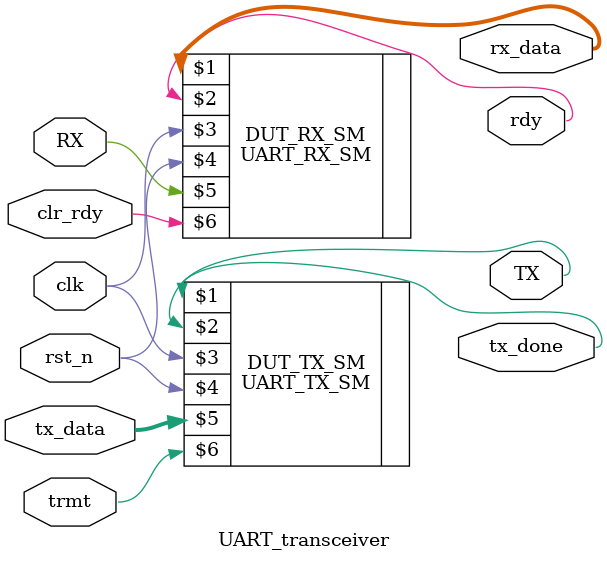
<source format=sv>
module UART_transceiver(TX,rdy,tx_done,rx_data,RX,clr_rdy,trmt,tx_data,clk,rst_n);
input logic RX,clr_rdy,trmt,clk,rst_n;
input logic [7:0] tx_data;
output logic TX,rdy,tx_done;
output logic [7:0]rx_data;
	UART_TX_SM DUT_TX_SM(TX,tx_done,clk,rst_n,tx_data,trmt);
	UART_RX_SM DUT_RX_SM(rx_data,rdy,clk,rst_n,RX,clr_rdy);
endmodule
</source>
